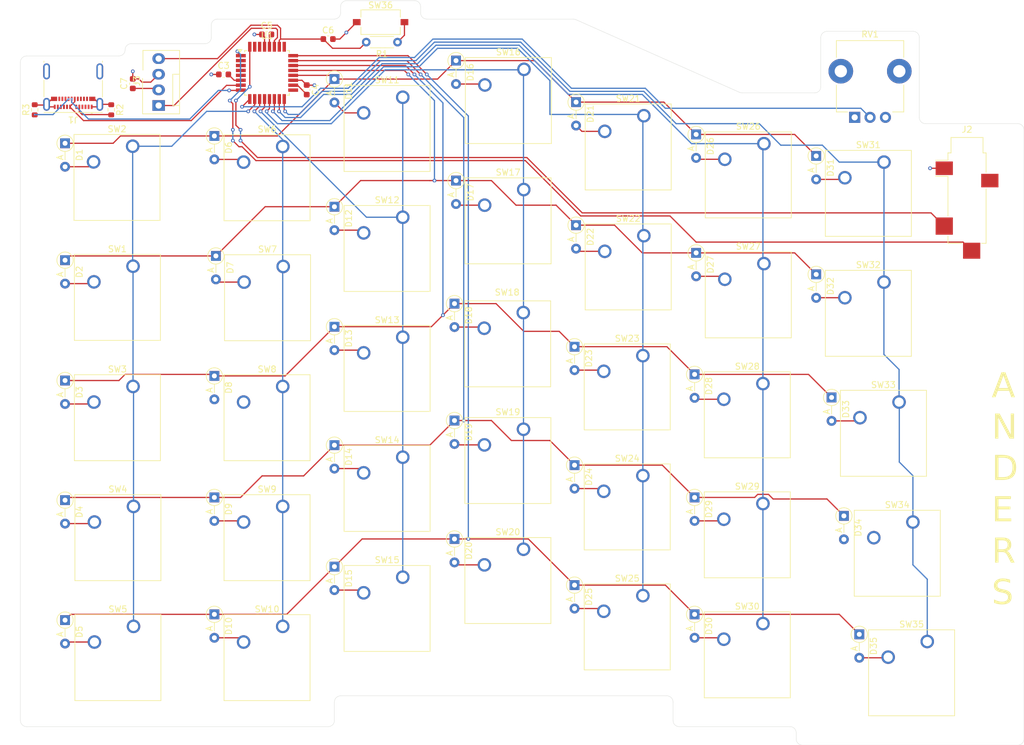
<source format=kicad_pcb>
(kicad_pcb (version 20240108) (generator "pcbnew") (generator_version "8.0")
  (layers (0 "F.Cu" signal) (31 "B.Cu" signal) (34 "B.Paste" user) (35 "F.Paste" user) (36 "B.SilkS" user "B.Silkscreen") (37 "F.SilkS" user "F.Silkscreen") (38 "B.Mask" user) (39 "F.Mask" user) (44 "Edge.Cuts" user))
  (net 0 "")
  (net 1 "GND")
  (net 2 "Net-(J1-CC1)")
  (net 3 "Net-(J1-CC2)")
  (net 4 "Net-(U1-VUSB)")
  (net 5 "VDD")
  (net 6 "Net-(J3-Pin_4)")
  (net 7 "Net-(D1-A)")
  (net 8 "row1")
  (net 9 "Net-(D2-A)")
  (net 10 "row2")
  (net 11 "Net-(D3-A)")
  (net 12 "row3")
  (net 13 "row4")
  (net 14 "Net-(D4-A)")
  (net 15 "row5")
  (net 16 "Net-(D5-A)")
  (net 17 "Net-(D6-A)")
  (net 18 "Net-(D7-A)")
  (net 19 "Net-(D8-A)")
  (net 20 "Net-(D9-A)")
  (net 21 "Net-(D10-A)")
  (net 22 "Net-(D11-A)")
  (net 23 "Net-(D12-A)")
  (net 24 "Net-(D13-A)")
  (net 25 "Net-(D14-A)")
  (net 26 "Net-(D15-A)")
  (net 27 "Net-(D16-A)")
  (net 28 "Net-(D17-A)")
  (net 29 "Net-(D18-A)")
  (net 30 "Net-(D19-A)")
  (net 31 "Net-(D20-A)")
  (net 32 "Net-(D21-A)")
  (net 33 "Net-(D22-A)")
  (net 34 "Net-(D23-A)")
  (net 35 "Net-(D24-A)")
  (net 36 "Net-(D25-A)")
  (net 37 "Net-(D26-A)")
  (net 38 "Net-(D27-A)")
  (net 39 "Net-(D28-A)")
  (net 40 "Net-(D29-A)")
  (net 41 "Net-(D30-A)")
  (net 42 "Net-(D31-A)")
  (net 43 "Net-(D32-A)")
  (net 44 "Net-(D33-A)")
  (net 45 "Net-(D34-A)")
  (net 46 "Net-(D35-A)")
  (net 47 "dp")
  (net 48 "dm")
  (net 49 "scl")
  (net 50 "Net-(J3-Pin_1)")
  (net 51 "Net-(R1-Pad1)")
  (net 52 "Net-(U1-PC3)")
  (net 53 "col1")
  (net 54 "col2")
  (net 55 "col3")
  (net 56 "col4")
  (net 57 "col5")
  (net 58 "col6")
  (net 59 "col7")
  (net 68 "sda")
  (footprint "Button_Switch_Keyboard:SW_Cherry_MX_1.00u_PCB" (layer "F.Cu") (at 180.76 54.25)
    (property "Reference" "SW26")
    (property "Value" "SW_Push")
  )
  (footprint "Capacitor_SMD:C_0603_1608Metric" (layer "F.Cu") (at 109.975 37.25)
    (property "Reference" "C6")
    (property "Value" "C_Small")
  )
  (footprint "Diode_THT:D_DO-35_SOD27_P3.81mm_Vertical_AnodeUp" (layer "F.Cu") (at 169.5 91.75 -90)
    (property "Reference" "D28")
    (property "Value" "D_45deg")
  )
  (footprint "Diode_THT:D_DO-35_SOD27_P3.81mm_Vertical_AnodeUp" (layer "F.Cu") (at 169.75 72 -90)
    (property "Reference" "D27")
    (property "Value" "D_45deg")
  )
  (footprint "Capacitor_SMD:C_0603_1608Metric" (layer "F.Cu") (at 106.5 45.5 -90)
    (property "Reference" "C4")
    (property "Value" "C_Small")
  )
  (footprint "Diode_THT:D_DO-35_SOD27_P3.81mm_Vertical_AnodeUp" (layer "F.Cu") (at 91.5 111.75 -90)
    (property "Reference" "D9")
    (property "Value" "D_45deg")
  )
  (footprint "Resistor_THT:R_Axial_DIN0204_L3.6mm_D1.6mm_P5.08mm_Horizontal" (layer "F.Cu") (at 121.25 37.75 180)
    (property "Reference" "R1")
    (property "Value" "R")
  )
  (footprint "Diode_THT:D_DO-35_SOD27_P3.81mm_Vertical_AnodeUp" (layer "F.Cu") (at 111 103.25 -90)
    (property "Reference" "D14")
    (property "Value" "D_45deg")
  )
  (footprint "Button_Switch_Keyboard:SW_Cherry_MX_1.00u_PCB" (layer "F.Cu") (at 161.26 69.21)
    (property "Reference" "SW22")
    (property "Value" "SW_Push")
  )
  (footprint "Diode_THT:D_DO-35_SOD27_P3.81mm_Vertical_AnodeUp" (layer "F.Cu") (at 189.25 75.5 -90)
    (property "Reference" "D32")
    (property "Value" "D_45deg")
  )
  (footprint "Button_Switch_Keyboard:SW_Cherry_MX_1.00u_PCB" (layer "F.Cu") (at 180.76 73.75)
    (property "Reference" "SW27")
    (property "Value" "SW_Push")
  )
  (footprint "Diode_THT:D_DO-35_SOD27_P3.81mm_Vertical_AnodeUp" (layer "F.Cu") (at 150 126 -90)
    (property "Reference" "D25")
    (property "Value" "D_45deg")
  )
  (footprint "Diode_THT:D_DO-35_SOD27_P3.81mm_Vertical_AnodeUp" (layer "F.Cu") (at 150 106.5 -90)
    (property "Reference" "D24")
    (property "Value" "D_45deg")
  )
  (footprint "Button_Switch_Keyboard:SW_Cherry_MX_1.00u_PCB" (layer "F.Cu") (at 200.26 57.25)
    (property "Reference" "SW31")
    (property "Value" "SW_Push")
  )
  (footprint "Diode_THT:D_DO-35_SOD27_P3.81mm_Vertical_AnodeUp" (layer "F.Cu") (at 67.25 92.75 -90)
    (property "Reference" "D3")
    (property "Value" "D_45deg")
  )
  (footprint "Connector_Audio:Jack_3.5mm_CUI_SJ-3524-SMT_Horizontal" (layer "F.Cu") (at 213.75 61.85)
    (property "Reference" "J2")
    (property "Value" "AudioJack4")
  )
  (footprint "Button_Switch_Keyboard:SW_Cherry_MX_1.00u_PCB" (layer "F.Cu") (at 102.68 74.21)
    (property "Reference" "SW7")
    (property "Value" "SW_Push")
  )
  (footprint "Button_Switch_Keyboard:SW_Cherry_MX_1.00u_PCB" (layer "F.Cu") (at 161.1 127.71)
    (property "Reference" "SW25")
    (property "Value" "SW_Push")
  )
  (footprint "Button_Switch_Keyboard:SW_Cherry_MX_1.00u_PCB" (layer "F.Cu") (at 180.6 93.25)
    (property "Reference" "SW28")
    (property "Value" "SW_Push")
  )
  (footprint "Diode_THT:D_DO-35_SOD27_P3.81mm_Vertical_AnodeUp" (layer "F.Cu") (at 196.25 133.999314 -90)
    (property "Reference" "D35")
    (property "Value" "D_45deg")
  )
  (footprint "Diode_THT:D_DO-35_SOD27_P3.81mm_Vertical_AnodeUp" (layer "F.Cu") (at 67.25 54.189314 -90)
    (property "Reference" "D1")
    (property "Value" "D_45deg")
  )
  (footprint "Button_Switch_Keyboard:SW_Cherry_MX_1.00u_PCB" (layer "F.Cu") (at 161.1 108.21)
    (property "Reference" "SW24")
    (property "Value" "SW_Push")
  )
  (footprint "Diode_THT:D_DO-35_SOD27_P3.81mm_Vertical_AnodeUp" (layer "F.Cu") (at 169.5 130.75 -90)
    (property "Reference" "D30")
    (property "Value" "D_45deg")
  )
  (footprint "Diode_THT:D_DO-35_SOD27_P3.81mm_Vertical_AnodeUp" (layer "F.Cu") (at 91.5 130.75 -90)
    (property "Reference" "D10")
    (property "Value" "D_45deg")
  )
  (footprint "Button_Switch_Keyboard:SW_Cherry_MX_1.50u_PCB" (layer "F.Cu") (at 204.96 115.75)
    (property "Reference" "SW34")
    (property "Value" "SW_Push")
  )
  (footprint "Resistor_SMD:R_0603_1608Metric" (layer "F.Cu") (at 74.75 48.75 -90)
    (property "Reference" "R2")
    (property "Value" "R")
  )
  (footprint "Diode_THT:D_DO-35_SOD27_P3.81mm_Vertical_AnodeUp" (layer "F.Cu") (at 111 64.5 -90)
    (property "Reference" "D12")
    (property "Value" "D_45deg")
  )
  (footprint "Button_Switch_Keyboard:SW_Cherry_MX_1.00u_PCB" (layer "F.Cu") (at 102.6 113.21)
    (property "Reference" "SW9")
    (property "Value" "SW_Push")
  )
  (footprint "Diode_THT:D_DO-35_SOD27_P3.81mm_Vertical_AnodeUp" (layer "F.Cu") (at 67.25 73.189999 -90)
    (property "Reference" "D2")
    (property "Value" "D_45deg")
  )
  (footprint "Button_Switch_Keyboard:SW_Cherry_MX_1.00u_PCB" (layer "F.Cu") (at 102.6 93.71)
    (property "Reference" "SW8")
    (property "Value" "SW_Push")
  )
  (footprint "Diode_THT:D_DO-35_SOD27_P3.81mm_Vertical_AnodeUp" (layer "F.Cu") (at 111 43.75 -90)
    (property "Reference" "D11")
    (property "Value" "D_45deg")
  )
  (footprint "Button_Switch_Keyboard:SW_Cherry_MX_1.00u_PCB" (layer "F.Cu") (at 122.1 85.71)
    (property "Reference" "SW13")
    (property "Value" "SW_Push")
  )
  (footprint "Button_Switch_SMD:SW_Tactile_SPST_NO_Straight_CK_PTS636Sx25SMTRLFS" (layer "F.Cu") (at 118.5 34.5)
    (property "Reference" "SW36")
    (property "Value" "SW_Push")
  )
  (footprint "Button_Switch_Keyboard:SW_Cherry_MX_1.00u_PCB" (layer "F.Cu") (at 122.1 124.71)
    (property "Reference" "SW15")
    (property "Value" "SW_Push")
  )
  (footprint "Diode_THT:D_DO-35_SOD27_P3.81mm_Vertical_AnodeUp" (layer "F.Cu") (at 169.75 52.75 -90)
    (property "Reference" "D26")
    (property "Value" "D_45deg")
  )
  (footprint "Diode_THT:D_DO-35_SOD27_P3.81mm_Vertical_AnodeUp" (layer "F.Cu") (at 150 87.25 -90)
    (property "Reference" "D23")
    (property "Value" "D_45deg")
  )
  (footprint "Diode_THT:D_DO-35_SOD27_P3.81mm_Vertical_AnodeUp" (layer "F.Cu") (at 91.5 53 -90)
    (property "Reference" "D6")
    (property "Value" "D_45deg")
  )
  (footprint "Diode_THT:D_DO-35_SOD27_P3.81mm_Vertical_AnodeUp" (layer "F.Cu") (at 130.75 60.25 -90)
    (property "Reference" "D17")
    (property "Value" "D_45deg")
  )
  (footprint "Button_Switch_Keyboard:SW_Cherry_MX_1.00u_PCB" (layer "F.Cu") (at 122.1 105.21)
    (property "Reference" "SW14")
    (property "Value" "SW_Push")
  )
  (footprint "Button_Switch_Keyboard:SW_Cherry_MX_1.00u_PCB" (layer "F.Cu") (at 141.71 120.17)
    (property "Reference" "SW20")
    (property "Value" "SW_Push")
  )
  (footprint "Connector_USB:USB_C_Receptacle_Molex_105450-0101" (layer "F.Cu") (at 68.57 45.055 180)
    (property "Reference" "J1")
    (property "Value" "USB_C_Receptacle_USB2.0_14P")
  )
  (footprint "Diode_THT:D_DO-35_SOD27_P3.81mm_Vertical_AnodeUp" (layer "F.Cu") (at 191.75 95.5 -90)
    (property "Reference" "D33")
    (property "Value" "D_45deg")
  )
  (footprint "Capacitor_SMD:C_0603_1608Metric" (layer "F.Cu") (at 100 36.5)
    (property "Reference" "C5")
    (property "Value" "C_Small")
  )
  (footprint "Button_Switch_Keyboard:SW_Cherry_MX_1.50u_PCB" (layer "F.Cu") (at 78.37 113.21)
    (property "Reference" "SW4")
    (property "Value" "SW_Push")
  )
  (footprint "Button_Switch_Keyboard:SW_Cherry_MX_1.00u_PCB" (layer "F.Cu") (at 141.71 100.67)
    (property "Reference" "SW19")
    (property "Value" "SW_Push")
  )
  (footprint "Diode_THT:D_DO-35_SOD27_P3.81mm_Vertical_AnodeUp" (layer "F.Cu") (at 193.75 114.75 -90)
    (property "Reference" "D34")
    (property "Value" "D_45deg")
  )
  (footprint "Diode_THT:D_DO-35_SOD27_P3.81mm_Vertical_AnodeUp" (layer "F.Cu") (at 169.5 111.749314 -90)
    (property "Reference" "D29")
    (property "Value" "D_45deg")
  )
  (footprint "Button_Switch_Keyboard:SW_Cherry_MX_1.50u_PCB" (layer "F.Cu") (at 78.23 54.67)
    (property "Reference" "SW2")
    (property "Value" "SW_Push")
  )
  (footprint "Resistor_SMD:R_0603_1608Metric" (layer "F.Cu") (at 62.32 48.75 -90)
    (property "Reference" "R3")
    (property "Value" "R")
  )
  (footprint "Potentiometer_THT:Potentiometer_TT_P0915N" (layer "F.Cu") (at 195.5 49.975)
    (property "Reference" "RV1")
    (property "Value" "R_Potentiometer")
  )
  (footprint "Button_Switch_Keyboard:SW_Cherry_MX_1.00u_PCB" (layer "F.Cu") (at 122.1 46.71)
    (property "Reference" "SW11")
    (property "Value" "SW_Push")
  )
  (footprint "Capacitor_SMD:C_0603_1608Metric" (layer "F.Cu") (at 93 43)
    (property "Reference" "C3")
    (property "Value" "C_Small")
  )
  (footprint "Diode_THT:D_DO-35_SOD27_P3.81mm_Vertical_AnodeUp" (layer "F.Cu") (at 189.25 56.249314 -90)
    (property "Reference" "D31")
    (property "Value" "D_45deg")
  )
  (footprint "Button_Switch_Keyboard:SW_Cherry_MX_1.00u_PCB" (layer "F.Cu") (at 102.6 54.71)
    (property "Reference" "SW6")
    (property "Value" "SW_Push")
  )
  (footprint "Button_Switch_Keyboard:SW_Cherry_MX_1.00u_PCB" (layer "F.Cu") (at 141.79 42.17)
    (property "Reference" "SW16")
    (property "Value" "SW_Push")
  )
  (footprint "Diode_THT:D_DO-35_SOD27_P3.81mm_Vertical_AnodeUp" (layer "F.Cu") (at 130.5 80.25 -90)
    (property "Reference" "D18")
    (property "Value" "D_45deg")
  )
  (footprint "Package_QFP:TQFP-32_7x7mm_P0.8mm" (layer "F.Cu") (at 100.05 42.75)
    (property "Reference" "U1")
    (property "Value" "AVR32DU32x-xPT")
  )
  (footprint "Button_Switch_Keyboard:SW_Cherry_MX_1.00u_PCB" (layer "F.Cu") (at 161.26 49.71)
    (property "Reference" "SW21")
    (property "Value" "SW_Push")
  )
  (footprint "Diode_THT:D_DO-35_SOD27_P3.81mm_Vertical_AnodeUp" (layer "F.Cu") (at 91.5 92 -90)
    (property "Reference" "D8")
    (property "Value" "D_45deg")
  )
  (footprint "Diode_THT:D_DO-35_SOD27_P3.81mm_Vertical_AnodeUp" (layer "F.Cu") (at 150.25 67.5 -90)
    (property "Reference" "D22")
    (property "Value" "D_45deg")
  )
  (footprint "Diode_THT:D_DO-35_SOD27_P3.81mm_Vertical_AnodeUp" (layer "F.Cu") (at 67.25 131.689999 -90)
    (property "Reference" "D5")
    (property "Value" "D_45deg")
  )
  (footprint "Button_Switch_Keyboard:SW_Cherry_MX_1.00u_PCB" (layer "F.Cu") (at 200.26 76.75)
    (property "Reference" "SW32")
    (property "Value" "SW_Push")
  )
  (footprint "Diode_THT:D_DO-35_SOD27_P3.81mm_Vertical_AnodeUp" (layer "F.Cu") (at 130.5 99.25 -90)
    (property "Reference" "D19")
    (property "Value" "D_45deg")
  )
  (footprint "Button_Switch_Keyboard:SW_Cherry_MX_1.00u_PCB" (layer "F.Cu") (at 161.1 88.71)
    (property "Reference" "SW23")
    (property "Value" "SW_Push")
  )
  (footprint "Button_Switch_Keyboard:SW_Cherry_MX_1.50u_PCB" (layer "F.Cu") (at 78.29 93.71)
    (property "Reference" "SW3")
    (property "Value" "SW_Push")
  )
  (footprint "Button_Switch_Keyboard:SW_Cherry_MX_1.00u_PCB" (layer "F.Cu") (at 180.6 112.75)
    (property "Reference" "SW29")
    (property "Value" "SW_Push")
  )
  (footprint "Diode_THT:D_DO-35_SOD27_P3.81mm_Vertical_AnodeUp" (layer "F.Cu") (at 130.5 118.5 -90)
    (property "Reference" "D20")
    (property "Value" "D_45deg")
  )
  (footprint "Capacitor_SMD:C_0603_1608Metric" (layer "F.Cu") (at 78.25 44.5 90)
    (property "Reference" "C7")
    (property "Value" "C_Small")
  )
  (footprint "Button_Switch_Keyboard:SW_Cherry_MX_1.00u_PCB" (layer "F.Cu") (at 141.68 81.71)
    (property "Reference" "SW18")
    (property "Value" "SW_Push")
  )
  (footprint "Diode_THT:D_DO-35_SOD27_P3.81mm_Vertical_AnodeUp" (layer "F.Cu") (at 67.25 112.189999 -90)
    (property "Reference" "D4")
    (property "Value" "D_45deg")
  )
  (footprint "Connector:FanPinHeader_1x04_P2.54mm_Vertical" (layer "F.Cu") (at 82.45 48.05 90)
    (property "Reference" "J3")
    (property "Value" "Conn_01x04_Pin")
  )
  (footprint "Diode_THT:D_DO-35_SOD27_P3.81mm_Vertical_AnodeUp" (layer "F.Cu") (at 111 123 -90)
    (property "Reference" "D15")
    (property "Value" "D_45deg")
  )
  (footprint "Button_Switch_Keyboard:SW_Cherry_MX_1.00u_PCB" (layer "F.Cu") (at 180.6 132.25)
    (property "Reference" "SW30")
    (property "Value" "SW_Push")
  )
  (footprint "Diode_THT:D_DO-35_SOD27_P3.81mm_Vertical_AnodeUp" (layer "F.Cu") (at 91.75 72.5 -90)
    (property "Reference" "D7")
    (property "Value" "D_45deg")
  )
  (footprint "Button_Switch_Keyboard:SW_Cherry_MX_1.00u_PCB" (layer "F.Cu") (at 102.6 132.71)
    (property "Reference" "SW10")
    (property "Value" "SW_Push")
  )
  (footprint "Diode_THT:D_DO-35_SOD27_P3.81mm_Vertical_AnodeUp" (layer "F.Cu") (at 150.25 47.5 -90)
    (property "Reference" "D21")
    (property "Value" "D_45deg")
  )
  (footprint "Diode_THT:D_DO-35_SOD27_P3.81mm_Vertical_AnodeUp" (layer "F.Cu") (at 111 84 -90)
    (property "Reference" "D13")
    (property "Value" "D_45deg")
  )
  (footprint "Button_Switch_Keyboard:SW_Cherry_MX_1.25u_PCB" (layer "F.Cu") (at 202.71 96.25)
    (property "Reference" "SW33")
    (property "Value" "SW_Push")
  )
  (footprint "Button_Switch_Keyboard:SW_Cherry_MX_1.00u_PCB" (layer "F.Cu") (at 122.1 66.21)
    (property "Reference" "SW12")
    (property "Value" "SW_Push")
  )
  (footprint "Diode_THT:D_DO-35_SOD27_P3.81mm_Vertical_AnodeUp" (layer "F.Cu") (at 130.75 40.75 -90)
    (property "Reference" "D16")
    (property "Value" "D_45deg")
  )
  (footprint "Button_Switch_Keyboard:SW_Cherry_MX_1.75u_PCB" (layer "F.Cu") (at 207.29 135.17)
    (property "Reference" "SW35")
    (property "Value" "SW_Push")
  )
  (footprint "Button_Switch_Keyboard:SW_Cherry_MX_1.00u_PCB" (layer "F.Cu") (at 141.75 61.71)
    (property "Reference" "SW17")
    (property "Value" "SW_Push")
  )
  (footprint "Button_Switch_Keyboard:SW_Cherry_MX_1.50u_PCB" (layer "F.Cu") (at 78.29 74.17)
    (property "Reference" "SW1")
    (property "Value" "SW_Push")
  )
  (footprint "Button_Switch_Keyboard:SW_Cherry_MX_1.50u_PCB" (layer "F.Cu") (at 78.37 132.71)
    (property "Reference" "SW5")
    (property "Value" "SW_Push")
  )
  (gr_arc (start 77 39) (mid 77.292893 38.292893) (end 78 38) (stroke (width 0.05)) (layer "Edge.Cuts"))
  (gr_line (start 223 52) (end 223 151) (stroke (width 0.05)) (layer "Edge.Cuts"))
  (gr_line (start 166 148) (end 166 145) (stroke (width 0.05)) (layer "Edge.Cuts"))
  (gr_line (start 191 36) (end 205 36) (stroke (width 0.05)) (layer "Edge.Cuts"))
  (gr_line (start 190 45) (end 190 37) (stroke (width 0.05)) (layer "Edge.Cuts"))
  (gr_line (start 165 144) (end 112 144) (stroke (width 0.05)) (layer "Edge.Cuts"))
  (gr_arc (start 185 149) (mid 185.707107 149.292893) (end 186 150) (stroke (width 0.05)) (layer "Edge.Cuts"))
  (gr_line (start 206 37) (end 206 50) (stroke (width 0.05)) (layer "Edge.Cuts"))
  (gr_arc (start 177.212214 46) (mid 177.004623 45.978216) (end 176.806076 45.913811) (stroke (width 0.05)) (layer "Edge.Cuts"))
  (gr_arc (start 124 31) (mid 124.707107 31.292893) (end 125 32) (stroke (width 0.05)) (layer "Edge.Cuts"))
  (gr_arc (start 190 45) (mid 189.707107 45.707107) (end 189 46) (stroke (width 0.05)) (layer "Edge.Cuts"))
  (gr_line (start 113 31) (end 124 31) (stroke (width 0.05)) (layer "Edge.Cuts"))
  (gr_line (start 61 40) (end 76 40) (stroke (width 0.05)) (layer "Edge.Cuts"))
  (gr_arc (start 111 145) (mid 111.292893 144.292893) (end 112 144) (stroke (width 0.05)) (layer "Edge.Cuts"))
  (gr_line (start 125 32) (end 125 33) (stroke (width 0.05)) (layer "Edge.Cuts"))
  (gr_arc (start 190 37) (mid 190.292893 36.292893) (end 191 36) (stroke (width 0.05)) (layer "Edge.Cuts"))
  (gr_line (start 60 148) (end 60 41) (stroke (width 0.05)) (layer "Edge.Cuts"))
  (gr_line (start 110 149) (end 61 149) (stroke (width 0.05)) (layer "Edge.Cuts"))
  (gr_arc (start 207 51) (mid 206.292893 50.707107) (end 206 50) (stroke (width 0.05)) (layer "Edge.Cuts"))
  (gr_line (start 177.212214 46) (end 189 46) (stroke (width 0.05)) (layer "Edge.Cuts"))
  (gr_line (start 207 51) (end 214.5 51) (stroke (width 0.05)) (layer "Edge.Cuts"))
  (gr_arc (start 222 51) (mid 222.707107 51.292893) (end 223 52) (stroke (width 0.05)) (layer "Edge.Cuts"))
  (gr_line (start 78 38) (end 90 38) (stroke (width 0.05)) (layer "Edge.Cuts"))
  (gr_arc (start 77 39) (mid 76.707107 39.707107) (end 76 40) (stroke (width 0.05)) (layer "Edge.Cuts"))
  (gr_line (start 214.5 51) (end 222 51) (stroke (width 0.05)) (layer "Edge.Cuts"))
  (gr_line (start 111 145) (end 111 148) (stroke (width 0.05)) (layer "Edge.Cuts"))
  (gr_arc (start 91 35) (mid 91.292893 34.292893) (end 92 34) (stroke (width 0.05)) (layer "Edge.Cuts"))
  (gr_line (start 91 37) (end 91 35) (stroke (width 0.05)) (layer "Edge.Cuts"))
  (gr_arc (start 149.787786 34) (mid 149.995378 34.021782) (end 150.193924 34.086189) (stroke (width 0.05)) (layer "Edge.Cuts"))
  (gr_line (start 186 151) (end 186 150) (stroke (width 0.05)) (layer "Edge.Cuts"))
  (gr_line (start 222 152) (end 187 152) (stroke (width 0.05)) (layer "Edge.Cuts"))
  (gr_arc (start 112 33) (mid 111.707107 33.707107) (end 111 34) (stroke (width 0.05)) (layer "Edge.Cuts"))
  (gr_arc (start 205 36) (mid 205.707107 36.292893) (end 206 37) (stroke (width 0.05)) (layer "Edge.Cuts"))
  (gr_arc (start 61 149) (mid 60.292893 148.707107) (end 60 148) (stroke (width 0.05)) (layer "Edge.Cuts"))
  (gr_line (start 126 34) (end 149.787786 34) (stroke (width 0.05)) (layer "Edge.Cuts"))
  (gr_line (start 92 34) (end 111 34) (stroke (width 0.05)) (layer "Edge.Cuts"))
  (gr_arc (start 223 151) (mid 222.707107 151.707107) (end 222 152) (stroke (width 0.05)) (layer "Edge.Cuts"))
  (gr_line (start 112 33) (end 112 32) (stroke (width 0.05)) (layer "Edge.Cuts"))
  (gr_arc (start 167 149) (mid 166.292893 148.707107) (end 166 148) (stroke (width 0.05)) (layer "Edge.Cuts"))
  (gr_arc (start 165 144) (mid 165.707107 144.292893) (end 166 145) (stroke (width 0.05)) (layer "Edge.Cuts"))
  (gr_line (start 150.193924 34.086189) (end 176.806076 45.913811) (stroke (width 0.05)) (layer "Edge.Cuts"))
  (gr_arc (start 126 34) (mid 125.292893 33.707107) (end 125 33) (stroke (width 0.05)) (layer "Edge.Cuts"))
  (gr_arc (start 111 148) (mid 110.707107 148.707107) (end 110 149) (stroke (width 0.05)) (layer "Edge.Cuts"))
  (gr_line (start 185 149) (end 167 149) (stroke (width 0.05)) (layer "Edge.Cuts"))
  (gr_arc (start 60 41) (mid 60.292893 40.292893) (end 61 40) (stroke (width 0.05)) (layer "Edge.Cuts"))
  (gr_arc (start 112 32) (mid 112.292893 31.292893) (end 113 31) (stroke (width 0.05)) (layer "Edge.Cuts"))
  (gr_arc (start 187 152) (mid 186.292893 151.707107) (end 186 151) (stroke (width 0.05)) (layer "Edge.Cuts"))
  (gr_arc (start 91 37) (mid 90.707107 37.707107) (end 90 38) (stroke (width 0.05)) (layer "Edge.Cuts"))
  (gr_text "A\nN\nD\nE\nR\nS" (at 217.75 129.75 0) (layer "F.SilkS") (effects (font (size 4 4) (thickness 0.1)) (justify left bottom)))
  (segment (start 104.35 44) (end 104.3 43.95) (width 0.2) (layer "F.Cu") (net 1))
  (segment (start 65.57 48.27) (end 64.66 48.27) (width 0.2) (layer "F.Cu") (net 1))
  (segment (start 62.32 47.975) (end 64.135 47.975) (width 0.2) (layer "F.Cu") (net 1))
  (segment (start 79.75 44.25) (end 81.17 44.25) (width 0.2) (layer "F.Cu") (net 1))
  (segment (start 106.5 44.725) (end 106.525 44.75) (width 0.2) (layer "F.Cu") (net 1))
  (segment (start 98 36.5) (end 99.225 36.5) (width 0.2) (layer "F.Cu") (net 1))
  (segment (start 111.875 37.25) (end 114.625 34.5) (width 0.2) (layer "F.Cu") (net 1))
  (segment (start 210.05 58.25) (end 207.75 58.25) (width 0.2) (layer "F.Cu") (net 1))
  (segment (start 99.65 38.5) (end 99.65 36.925) (width 0.2) (layer "F.Cu") (net 1))
  (segment (start 106.525 44.75) (end 107.75 44.75) (width 0.2) (layer "F.Cu") (net 1))
  (segment (start 74.75 47.975) (end 74.635 47.86) (width 0.2) (layer "F.Cu") (net 1))
  (segment (start 65.14 46.97) (end 64.25 47.86) (width 0.2) (layer "F.Cu") (net 1))
  (segment (start 65.47 46.97) (end 65.14 46.97) (width 0.2) (layer "F.Cu") (net 1))
  (segment (start 78.25 43.725) (end 78.25 42.5) (width 0.2) (layer "F.Cu") (net 1))
  (segment (start 64.135 47.975) (end 64.25 47.86) (width 0.2) (layer "F.Cu") (net 1))
  (segment (start 105.725 43.95) (end 106.5 44.725) (width 0.2) (layer "F.Cu") (net 1))
  (segment (start 78.25 43.725) (end 79.225 43.725) (width 0.2) (layer "F.Cu") (net 1))
  (segment (start 72 46.97) (end 72.89 47.86) (width 0.2) (layer "F.Cu") (net 1))
  (segment (start 104.3 43.95) (end 105.725 43.95) (width 0.2) (layer "F.Cu") (net 1))
  (segment (start 74.635 47.86) (end 72.89 47.86) (width 0.2) (layer "F.Cu") (net 1))
  (segment (start 79.225 43.725) (end 79.75 44.25) (width 0.2) (layer "F.Cu") (net 1))
  (segment (start 99.65 36.925) (end 99.225 36.5) (width 0.2) (layer "F.Cu") (net 1))
  (segment (start 110.75 37.25) (end 111.875 37.25) (width 0.2) (layer "F.Cu") (net 1))
  (segment (start 71.57 48.27) (end 72.48 48.27) (width 0.2) (layer "F.Cu") (net 1))
  (segment (start 72.48 48.27) (end 72.89 47.86) (width 0.2) (layer "F.Cu") (net 1))
  (segment (start 64.66 48.27) (end 64.25 47.86) (width 0.2) (layer "F.Cu") (net 1))
  (segment (start 71.67 46.97) (end 72 46.97) (width 0.2) (layer "F.Cu") (net 1))
  (segment (start 81.17 44.25) (end 82.45 42.97) (width 0.2) (layer "F.Cu") (net 1))
  (segment (start 91 43) (end 92.225 43) (width 0.2) (layer "F.Cu") (net 1))
  (via (at 78.25 42.5) (size 0.6) (drill 0.3) (layers "F.Cu" "B.Cu") (net 1))
  (via (at 207.75 58.25) (size 0.6) (drill 0.3) (layers "F.Cu" "B.Cu") (net 1))
  (via (at 98 36.5) (size 0.6) (drill 0.3) (layers "F.Cu" "B.Cu") (net 1))
  (via (at 112.9375 36.1875) (size 0.6) (drill 0.3) (layers "F.Cu" "B.Cu") (net 1))
  (via (at 91 43) (size 0.6) (drill 0.3) (layers "F.Cu" "B.Cu") (net 1))
  (via (at 107.75 44.75) (size 0.6) (drill 0.3) (layers "F.Cu" "B.Cu") (net 1))
  (segment (start 70.025 49.525) (end 74.75 49.525) (width 0.2) (layer "F.Cu") (net 2))
  (segment (start 69.57 48.27) (end 69.57 49.07) (width 0.2) (layer "F.Cu") (net 2))
  (segment (start 69.57 49.07) (end 70.025 49.525) (width 0.2) (layer "F.Cu") (net 2))
  (segment (start 67.82 46.97) (end 67.82 46.99) (width 0.2) (layer "F.Cu") (net 3))
  (via micro (at 62.32 49.525) (size 0.3) (drill 0.1) (layers "F.Cu" "B.Cu") (net 3))
  (via micro (at 67.82 46.99) (size 0.3) (drill 0.1) (layers "F.Cu" "B.Cu") (net 3))
  (segment (start 67.82 46.99) (end 65.285 49.525) (width 0.2) (layer "B.Cu") (net 3))
  (segment (start 65.285 49.525) (end 62.32 49.525) (width 0.2) (layer "B.Cu") (net 3))
  (segment (start 93.775 43) (end 94.725 43.95) (width 0.2) (layer "F.Cu") (net 4))
  (segment (start 94.725 43.95) (end 95.8 43.95) (width 0.2) (layer "F.Cu") (net 4))
  (segment (start 100.45 38.5) (end 100.45 36.825) (width 0.2) (layer "F.Cu") (net 5))
  (segment (start 106.5 46.275) (end 106.5 46.25) (width 0.2) (layer "F.Cu") (net 5))
  (segment (start 78.25 45.275) (end 82.215 45.275) (width 0.2) (layer "F.Cu") (net 5))
  (segment (start 106.5 46.25) (end 105 44.75) (width 0.2) (layer "F.Cu") (net 5))
  (segment (start 105 44.75) (end 104.3 44.75) (width 0.2) (layer "F.Cu") (net 5))
  (segment (start 100.45 36.825) (end 100.775 36.5) (width 0.2) (layer "F.Cu") (net 5))
  (segment (start 82.215 45.275) (end 82.45 45.51) (width 0.2) (layer "F.Cu") (net 5))
  (segment (start 102.25 37.25) (end 109.2 37.25) (width 0.2) (layer "F.Cu") (net 6))
  (segment (start 97.434314 35) (end 101.75 35) (width 0.2) (layer "F.Cu") (net 6))
  (segment (start 102.05 38.5) (end 102.05 37.45) (width 0.2) (layer "F.Cu") (net 6))
  (segment (start 116.17 37.75) (end 115.17 38.75) (width 0.2) (layer "F.Cu") (net 6))
  (segment (start 82.45 40.43) (end 92.004314 40.43) (width 0.2) (layer "F.Cu") (net 6))
  (segment (start 102.25 35.5) (end 102.25 37.25) (width 0.2) (layer "F.Cu") (net 6))
  (segment (start 115.17 38.75) (end 110.7 38.75) (width 0.2) (layer "F.Cu") (net 6))
  (segment (start 102.05 37.45) (end 102.25 37.25) (width 0.2) (layer "F.Cu") (net 6))
  (segment (start 110.7 38.75) (end 109.2 37.25) (width 0.2) (layer "F.Cu") (net 6))
  (segment (start 92.004314 40.43) (end 97.434314 35) (width 0.2) (layer "F.Cu") (net 6))
  (segment (start 101.75 35) (end 102.25 35.5) (width 0.2) (layer "F.Cu") (net 6))
  (segment (start 67.25 57.999314) (end 71.090686 57.999314) (width 0.2) (layer "F.Cu") (net 7))
  (segment (start 71.090686 57.999314) (end 71.88 57.21) (width 0.2) (layer "F.Cu") (net 7))
  (segment (start 101.75 53) (end 111 43.75) (width 0.2) (layer "F.Cu") (net 8))
  (segment (start 164.5 47.5) (end 169.75 52.75) (width 0.2) (layer "F.Cu") (net 8))
  (segment (start 130.75 40.75) (end 143.5 40.75) (width 0.2) (layer "F.Cu") (net 8))
  (segment (start 150.25 47.5) (end 164.5 47.5) (width 0.2) (layer "F.Cu") (net 8))
  (segment (start 91.5 53) (end 101.75 53) (width 0.2) (layer "F.Cu") (net 8))
  (segment (start 111 43.75) (end 127.75 43.75) (width 0.2) (layer "F.Cu") (net 8))
  (segment (start 75.060686 54.189314) (end 76.25 53) (width 0.2) (layer "F.Cu") (net 8))
  (segment (start 185.750686 52.75) (end 189.25 56.249314) (width 0.2) (layer "F.Cu") (net 8))
  (segment (start 104.3 43.15) (end 110.4 43.15) (width 0.2) (layer "F.Cu") (net 8))
  (segment (start 143.5 40.75) (end 150.25 47.5) (width 0.2) (layer "F.Cu") (net 8))
  (segment (start 127.75 43.75) (end 130.75 40.75) (width 0.2) (layer "F.Cu") (net 8))
  (segment (start 110.4 43.15) (end 111 43.75) (width 0.2) (layer "F.Cu") (net 8))
  (segment (start 169.75 52.75) (end 185.750686 52.75) (width 0.2) (layer "F.Cu") (net 8))
  (segment (start 67.25 54.189314) (end 75.060686 54.189314) (width 0.2) (layer "F.Cu") (net 8))
  (segment (start 76.25 53) (end 91.5 53) (width 0.2) (layer "F.Cu") (net 8))
  (segment (start 67.25 76.999999) (end 71.650001 76.999999) (width 0.2) (layer "F.Cu") (net 9))
  (segment (start 71.650001 76.999999) (end 71.94 76.71) (width 0.2) (layer "F.Cu") (net 9))
  (segment (start 126.5 60.25) (end 115.25 60.25) (width 0.2) (layer "F.Cu") (net 10))
  (segment (start 91.75 72.5) (end 67.939999 72.5) (width 0.2) (layer "F.Cu") (net 10))
  (segment (start 189.25 75.5) (end 185.75 72) (width 0.2) (layer "F.Cu") (net 10))
  (segment (start 122.35 42.35) (end 123 43) (width 0.2) (layer "F.Cu") (net 10))
  (segment (start 136.5 60.25) (end 130.75 60.25) (width 0.2) (layer "F.Cu") (net 10))
  (segment (start 115.25 60.25) (end 111 64.5) (width 0.2) (layer "F.Cu") (net 10))
  (segment (start 147 64.25) (end 140.5 64.25) (width 0.2) (layer "F.Cu") (net 10))
  (segment (start 104.3 42.35) (end 122.35 42.35) (width 0.2) (layer "F.Cu") (net 10))
  (segment (start 169.75 72) (end 161 72) (width 0.2) (layer "F.Cu") (net 10))
  (segment (start 185.75 72) (end 169.75 72) (width 0.2) (layer "F.Cu") (net 10))
  (segment (start 127.25 60.25) (end 126.5 60.25) (width 0.2) (layer "F.Cu") (net 10))
  (segment (start 161 72) (end 156.5 67.5) (width 0.2) (layer "F.Cu") (net 10))
  (segment (start 150.25 67.5) (end 147 64.25) (width 0.2) (layer "F.Cu") (net 10))
  (segment (start 67.939999 72.5) (end 67.25 73.189999) (width 0.2) (layer "F.Cu") (net 10))
  (segment (start 99.75 64.5) (end 91.75 72.5) (width 0.2) (layer "F.Cu") (net 10))
  (segment (start 130.75 60.25) (end 127.25 60.25) (width 0.2) (layer "F.Cu") (net 10))
  (segment (start 111 64.5) (end 99.75 64.5) (width 0.2) (layer "F.Cu") (net 10))
  (segment (start 140.5 64.25) (end 136.5 60.25) (width 0.2) (layer "F.Cu") (net 10))
  (segment (start 156.5 67.5) (end 150.25 67.5) (width 0.2) (layer "F.Cu") (net 10))
  (via (at 127.25 60.25) (size 0.6) (drill 0.3) (layers "F.Cu" "B.Cu") (net 10))
  (via (at 123 43) (size 0.6) (drill 0.3) (layers "F.Cu" "B.Cu") (net 10))
  (segment (start 123 43) (end 127.25 47.25) (width 0.2) (layer "B.Cu") (net 10))
  (segment (start 127.25 47.25) (end 127.25 60.25) (width 0.2) (layer "B.Cu") (net 10))
  (segment (start 67.25 96.56) (end 71.63 96.56) (width 0.2) (layer "F.Cu") (net 11))
  (segment (start 71.63 96.56) (end 71.94 96.25) (width 0.2) (layer "F.Cu") (net 11))
  (segment (start 76 92.75) (end 77 91.75) (width 0.2) (layer "F.Cu") (net 12))
  (segment (start 188 91.75) (end 191.75 95.5) (width 0.2) (layer "F.Cu") (net 12))
  (segment (start 103 92) (end 111 84) (width 0.2) (layer "F.Cu") (net 12))
  (segment (start 91.5 92) (end 103 92) (width 0.2) (layer "F.Cu") (net 12))
  (segment (start 137.25 80.25) (end 141.75 84.75) (width 0.2) (layer "F.Cu") (net 12))
  (segment (start 67.25 92.75) (end 76 92.75) (width 0.2) (layer "F.Cu") (net 12))
  (segment (start 91.25 91.75) (end 91.5 92) (width 0.2) (layer "F.Cu") (net 12))
  (segment (start 122.55 41.55) (end 124 43) (width 0.2) (layer "F.Cu") (net 12))
  (segment (start 169.5 91.75) (end 188 91.75) (width 0.2) (layer "F.Cu") (net 12))
  (segment (start 111 84) (end 126.75 84) (width 0.2) (layer "F.Cu") (net 12))
  (segment (start 128.625 82.125) (end 130.5 80.25) (width 0.2) (layer "F.Cu") (net 12))
  (segment (start 169.5 91.75) (end 165 87.25) (width 0.2) (layer "F.Cu") (net 12))
  (segment (start 126.75 84) (end 127.5 83.25) (width 0.2) (layer "F.Cu") (net 12))
  (segment (start 77 91.75) (end 91.25 91.75) (width 0.2) (layer "F.Cu") (net 12))
  (segment (start 130.5 80.25) (end 137.25 80.25) (width 0.2) (layer "F.Cu") (net 12))
  (segment (start 127.5 83.25) (end 128.625 82.125) (width 0.2) (layer "F.Cu") (net 12))
  (segment (start 165 87.25) (end 150 87.25) (width 0.2) (layer "F.Cu") (net 12))
  (segment (start 104.3 41.55) (end 122.55 41.55) (width 0.2) (layer "F.Cu") (net 12))
  (segment (start 147.5 84.75) (end 150 87.25) (width 0.2) (layer "F.Cu") (net 12))
  (segment (start 141.75 84.75) (end 147.5 84.75) (width 0.2) (layer "F.Cu") (net 12))
  (via (at 124 43) (size 0.6) (drill 0.3) (layers "F.Cu" "B.Cu") (net 12))
  (via (at 128.625 82.125) (size 0.6) (drill 0.3) (layers "F.Cu" "B.Cu") (net 12))
  (segment (start 124 43) (end 128.625 47.625) (width 0.2) (layer "B.Cu") (net 12))
  (segment (start 128.625 47.625) (end 128.625 82.125) (width 0.2) (layer "B.Cu") (net 12))
  (segment (start 91.5 111.75) (end 95.75 111.75) (width 0.2) (layer "F.Cu") (net 13))
  (segment (start 150 106.5) (end 164.250686 106.5) (width 0.2) (layer "F.Cu") (net 13))
  (segment (start 95.75 111.75) (end 99.25 108.25) (width 0.2) (layer "F.Cu") (net 13))
  (segment (start 126.5 103.25) (end 130.5 99.25) (width 0.2) (layer "F.Cu") (net 13))
  (segment (start 91.5 111.75) (end 67.689999 111.75) (width 0.2) (layer "F.Cu") (net 13))
  (segment (start 136.5 99.25) (end 139.75 102.5) (width 0.2) (layer "F.Cu") (net 13))
  (segment (start 164.250686 106.5) (end 169.5 111.749314) (width 0.2) (layer "F.Cu") (net 13))
  (segment (start 111 103.25) (end 126.5 103.25) (width 0.2) (layer "F.Cu") (net 13))
  (segment (start 179.75 111.25) (end 181.5 111.25) (width 0.2) (layer "F.Cu") (net 13))
  (segment (start 139.75 102.5) (end 146 102.5) (width 0.2) (layer "F.Cu") (net 13))
  (segment (start 181.5 111.25) (end 182.25 112) (width 0.2) (layer "F.Cu") (net 13))
  (segment (start 146 102.5) (end 150 106.5) (width 0.2) (layer "F.Cu") (net 13))
  (segment (start 179.250686 111.749314) (end 179.75 111.25) (width 0.2) (layer "F.Cu") (net 13))
  (segment (start 182.25 112) (end 191 112) (width 0.2) (layer "F.Cu") (net 13))
  (segment (start 130.5 99.25) (end 132 99.25) (width 0.2) (layer "F.Cu") (net 13))
  (segment (start 169.5 111.749314) (end 179.250686 111.749314) (width 0.2) (layer "F.Cu") (net 13))
  (segment (start 67.689999 111.75) (end 67.25 112.189999) (width 0.2) (layer "F.Cu") (net 13))
  (segment (start 99.25 108.25) (end 106 108.25) (width 0.2) (layer "F.Cu") (net 13))
  (segment (start 104.3 40.75) (end 122.75 40.75) (width 0.2) (layer "F.Cu") (net 13))
  (segment (start 191 112) (end 193.75 114.75) (width 0.2) (layer "F.Cu") (net 13))
  (segment (start 106 108.25) (end 111 103.25) (width 0.2) (layer "F.Cu") (net 13))
  (segment (start 132 99.25) (end 136.5 99.25) (width 0.2) (layer "F.Cu") (net 13))
  (segment (start 122.75 40.75) (end 125 43) (width 0.2) (layer "F.Cu") (net 13))
  (via (at 125 43) (size 0.6) (drill 0.3) (layers "F.Cu" "B.Cu") (net 13))
  (via (at 132 99.25) (size 0.6) (drill 0.3) (layers "F.Cu" "B.Cu") (net 13))
  (segment (start 132 99.25) (end 132 50) (width 0.2) (layer "B.Cu") (net 13))
  (segment (start 132 50) (end 125 43) (width 0.2) (layer "B.Cu") (net 13))
  (segment (start 67.25 115.999999) (end 71.770001 115.999999) (width 0.2) (layer "F.Cu") (net 14))
  (segment (start 71.770001 115.999999) (end 72.02 115.75) (width 0.2) (layer "F.Cu") (net 14))
  (segment (start 122.95 39.95) (end 126 43) (width 0.2) (layer "F.Cu") (net 15))
  (segment (start 150 126) (end 164.75 126) (width 0.2) (layer "F.Cu") (net 15))
  (segment (start 91.5 130.75) (end 68.189999 130.75) (width 0.2) (layer "F.Cu") (net 15))
  (segment (start 169.5 130.75) (end 193.000686 130.75) (width 0.2) (layer "F.Cu") (net 15))
  (segment (start 130.5 118.5) (end 115.5 118.5) (width 0.2) (layer "F.Cu") (net 15))
  (segment (start 130.5 118.5) (end 132.75 118.5) (width 0.2) (layer "F.Cu") (net 15))
  (segment (start 103.25 130.75) (end 91.5 130.75) (width 0.2) (layer "F.Cu") (net 15))
  (segment (start 68.189999 130.75) (end 67.25 131.689999) (width 0.2) (layer "F.Cu") (net 15))
  (segment (start 104.3 39.95) (end 122.95 39.95) (width 0.2) (layer "F.Cu") (net 15))
  (segment (start 193.000686 130.75) (end 196.25 133.999314) (width 0.2) (layer "F.Cu") (net 15))
  (segment (start 115.5 118.5) (end 111 123) (width 0.2) (layer "F.Cu") (net 15))
  (segment (start 142.5 118.5) (end 150 126) (width 0.2) (layer "F.Cu") (net 15))
  (segment (start 111 123) (end 103.25 130.75) (width 0.2) (layer "F.Cu") (net 15))
  (segment (start 132.75 118.5) (end 142.5 118.5) (width 0.2) (layer "F.Cu") (net 15))
  (segment (start 164.75 126) (end 169.5 130.75) (width 0.2) (layer "F.Cu") (net 15))
  (via (at 126 43) (size 0.6) (drill 0.3) (layers "F.Cu" "B.Cu") (net 15))
  (via (at 132.75 118.5) (size 0.6) (drill 0.3) (layers "F.Cu" "B.Cu") (net 15))
  (segment (start 132.75 49.75) (end 132.75 118.5) (width 0.2) (layer "B.Cu") (net 15))
  (segment (start 126 43) (end 132.75 49.75) (width 0.2) (layer "B.Cu") (net 15))
  (segment (start 67.499999 135.25) (end 67.25 135.499999) (width 0.2) (layer "F.Cu") (net 16))
  (segment (start 72.02 135.25) (end 67.499999 135.25) (width 0.2) (layer "F.Cu") (net 16))
  (segment (start 95.81 56.81) (end 96.25 57.25) (width 0.2) (layer "F.Cu") (net 17))
  (segment (start 91.5 56.81) (end 95.81 56.81) (width 0.2) (layer "F.Cu") (net 17))
  (segment (start 92.19 76.75) (end 96.33 76.75) (width 0.2) (layer "F.Cu") (net 18))
  (segment (start 91.75 76.31) (end 92.19 76.75) (width 0.2) (layer "F.Cu") (net 18))
  (segment (start 91.5 115.56) (end 96.06 115.56) (width 0.2) (layer "F.Cu") (net 20))
  (segment (start 96.06 115.56) (end 96.25 115.75) (width 0.2) (layer "F.Cu") (net 20))
  (segment (start 95.56 134.56) (end 96.25 135.25) (width 0.2) (layer "F.Cu") (net 21))
  (segment (start 91.5 134.56) (end 95.56 134.56) (width 0.2) (layer "F.Cu") (net 21))
  (segment (start 115.75 49.25) (end 112.69 49.25) (width 0.2) (layer "F.Cu") (net 22))
  (segment (start 112.69 49.25) (end 111 47.56) (width 0.2) (layer "F.Cu") (net 22))
  (segment (start 111 68.31) (end 115.31 68.31) (width 0.2) (layer "F.Cu") (net 23))
  (segment (start 115.31 68.31) (end 115.75 68.75) (width 0.2) (layer "F.Cu") (net 23))
  (segment (start 111 87.81) (end 115.31 87.81) (width 0.2) (layer "F.Cu") (net 24))
  (segment (start 115.31 87.81) (end 115.75 88.25) (width 0.2) (layer "F.Cu") (net 24))
  (segment (start 115.06 107.06) (end 115.75 107.75) (width 0.2) (layer "F.Cu") (net 25))
  (segment (start 111 107.06) (end 115.06 107.06) (width 0.2) (layer "F.Cu") (net 25))
  (segment (start 111 126.81) (end 115.31 126.81) (width 0.2) (layer "F.Cu") (net 26))
  (segment (start 115.31 126.81) (end 115.75 127.25) (width 0.2) (layer "F.Cu") (net 26))
  (segment (start 135.29 44.56) (end 130.75 44.56) (width 0.2) (layer "F.Cu") (net 27))
  (segment (start 135.44 44.71) (end 135.29 44.56) (width 0.2) (layer "F.Cu") (net 27))
  (segment (start 135.4 64.25) (end 130.94 64.25) (width 0.2) (layer "F.Cu") (net 28))
  (segment (start 130.94 64.25) (end 130.75 64.06) (width 0.2) (layer "F.Cu") (net 28))
  (segment (start 130.5 84.06) (end 135.14 84.06) (width 0.2) (layer "F.Cu") (net 29))
  (segment (start 135.14 84.06) (end 135.33 84.25) (width 0.2) (layer "F.Cu") (net 29))
  (segment (start 130.65 103.21) (end 135.36 103.21) (width 0.2) (layer "F.Cu") (net 30))
  (segment (start 130.5 103.06) (end 130.65 103.21) (width 0.2) (layer "F.Cu") (net 30))
  (segment (start 130.9 122.71) (end 135.36 122.71) (width 0.2) (layer "F.Cu") (net 31))
  (segment (start 130.5 122.31) (end 130.9 122.71) (width 0.2) (layer "F.Cu") (net 31))
  (segment (start 151.19 52.25) (end 150.25 51.31) (width 0.2) (layer "F.Cu") (net 32))
  (segment (start 154.91 52.25) (end 151.19 52.25) (width 0.2) (layer "F.Cu") (net 32))
  (segment (start 154.91 71.75) (end 150.69 71.75) (width 0.2) (layer "F.Cu") (net 33))
  (segment (start 150.69 71.75) (end 150.25 71.31) (width 0.2) (layer "F.Cu") (net 33))
  (segment (start 154.56 91.06) (end 154.75 91.25) (width 0.2) (layer "F.Cu") (net 34))
  (segment (start 150 91.06) (end 154.56 91.06) (width 0.2) (layer "F.Cu") (net 34))
  (segment (start 154.31 110.31) (end 150 110.31) (width 0.2) (layer "F.Cu") (net 35))
  (segment (start 154.75 110.75) (end 154.31 110.31) (width 0.2) (layer "F.Cu") (net 35))
  (segment (start 150 129.81) (end 154.31 129.81) (width 0.2) (layer "F.Cu") (net 36))
  (segment (start 154.31 129.81) (end 154.75 130.25) (width 0.2) (layer "F.Cu") (net 36))
  (segment (start 169.98 56.79) (end 174.41 56.79) (width 0.2) (layer "F.Cu") (net 37))
  (segment (start 169.75 56.56) (end 169.98 56.79) (width 0.2) (layer "F.Cu") (net 37))
  (segment (start 173.93 75.81) (end 174.41 76.29) (width 0.2) (layer "F.Cu") (net 38))
  (segment (start 169.75 75.81) (end 173.93 75.81) (width 0.2) (layer "F.Cu") (net 38))
  (segment (start 169.73 95.79) (end 174.25 95.79) (width 0.2) (layer "F.Cu") (net 39))
  (segment (start 169.5 95.56) (end 169.73 95.79) (width 0.2) (layer "F.Cu") (net 39))
  (segment (start 173.980686 115.559314) (end 174.25 115.29) (width 0.2) (layer "F.Cu") (net 40))
  (segment (start 169.5 115.559314) (end 173.980686 115.559314) (width 0.2) (layer "F.Cu") (net 40))
  (segment (start 174.02 134.56) (end 174.25 134.79) (width 0.2) (layer "F.Cu") (net 41))
  (segment (start 169.5 134.56) (end 174.02 134.56) (width 0.2) (layer "F.Cu") (net 41))
  (segment (start 189.25 60.059314) (end 193.640686 60.059314) (width 0.2) (layer "F.Cu") (net 42))
  (segment (start 193.640686 60.059314) (end 193.91 59.79) (width 0.2) (layer "F.Cu") (net 42))
  (segment (start 189.27 79.29) (end 189.25 79.31) (width 0.2) (layer "F.Cu") (net 43))
  (segment (start 193.91 79.29) (end 189.27 79.29) (width 0.2) (layer "F.Cu") (net 43))
  (segment (start 191.75 99.31) (end 195.84 99.31) (width 0.2) (layer "F.Cu") (net 44))
  (segment (start 195.84 99.31) (end 196.36 98.79) (width 0.2) (layer "F.Cu") (net 44))
  (segment (start 196.25 137.809314) (end 200.840686 137.809314) (width 0.2) (layer "F.Cu") (net 46))
  (segment (start 200.840686 137.809314) (end 200.94 137.71) (width 0.2) (layer "F.Cu") (net 46))
  (segment (start 68.32 46.97) (end 68.32 46.96) (width 0.2) (layer "F.Cu") (net 47))
  (segment (start 95.75 45.6) (end 95.8 45.55) (width 0.2) (layer "F.Cu") (net 47))
  (segment (start 93.9 45.6) (end 95.75 45.6) (width 0.2) (layer "F.Cu") (net 47))
  (via micro (at 68.32 46.96) (size 0.3) (drill 0.1) (layers "F.Cu" "B.Cu") (net 47))
  (via micro (at 69.07 48.27) (size 0.3) (drill 0.1) (layers "F.Cu" "B.Cu") (net 47))
  (via (at 93.9 45.6) (size 0.6) (drill 0.3) (layers "F.Cu" "B.Cu") (net 47))
  (segment (start 68.32 46.96) (end 68.32 47.52) (width 0.2) (layer "B.Cu") (net 47))
  (segment (start 92.15 45.6) (end 93.9 45.6) (width 0.2) (layer "B.Cu") (net 47))
  (segment (start 87.5 50.25) (end 92.15 45.6) (width 0.2) (layer "B.Cu") (net 47))
  (segment (start 69.07 48.27) (end 71.05 50.25) (width 0.2) (layer "B.Cu") (net 47))
  (segment (start 71.05 50.25) (end 87.5 50.25) (width 0.2) (layer "B.Cu") (net 47))
  (segment (start 68.32 47.52) (end 69.07 48.27) (width 0.2) (layer "B.Cu") (net 47))
  (segment (start 68.07 48.27) (end 68.07 48.18) (width 0.2) (layer "F.Cu") (net 48))
  (segment (start 95.775 44.775) (end 95.8 44.75) (width 0.2) (layer "F.Cu") (net 48))
  (segment (start 70.25 50.5) (end 87.75 50.5) (width 0.2) (layer "F.Cu") (net 48))
  (segment (start 68.07 48.27) (end 68.07 48.32) (width 0.2) (layer "F.Cu") (net 48))
  (segment (start 68.82 47.43) (end 68.82 46.97) (width 0.2) (layer "F.Cu") (net 48))
  (segment (start 93.475 44.775) (end 95.775 44.775) (width 0.2) (layer "F.Cu") (net 48))
  (segment (start 68.07 48.18) (end 68.82 47.43) (width 0.2) (layer "F.Cu") (net 48))
  (segment (start 87.75 50.5) (end 93.475 44.775) (width 0.2) (layer "F.Cu") (net 48))
  (segment (start 68.07 48.32) (end 70.25 50.5) (width 0.2) (layer "F.Cu") (net 48))
  (segment (start 95.25 39.4) (end 95.8 39.95) (width 0.2) (layer "F.Cu") (net 49))
  (segment (start 165.5 66) (end 151 66) (width 0.2) (layer "F.Cu") (net 49))
  (segment (start 213.1 70.25) (end 169.75 70.25) (width 0.2) (layer "F.Cu") (net 49))
  (segment (start 98.25 57) (end 96 54.75) (width 0.2) (layer "F.Cu") (net 49))
  (segment (start 151 66) (end 142 57) (width 0.2) (layer "F.Cu") (net 49))
  (segment (start 142 57) (end 98.25 57) (width 0.2) (layer "F.Cu") (net 49))
  (segment (start 94.5 52) (end 94.5 47.75) (width 0.2) (layer "F.Cu") (net 49))
  (segment (start 95.25 39.25) (end 95.25 39.4) (width 0.2) (layer "F.Cu") (net 49))
  (segment (start 169.75 70.25) (end 167.75 68.25) (width 0.2) (layer "F.Cu") (net 49))
  (segment (start 94.5 47.75) (end 94 47.25) (width 0.2) (layer "F.Cu") (net 49))
  (segment (start 214.5 71.65) (end 213.1 70.25) (width 0.2) (layer "F.Cu") (net 49))
  (segment (start 95.75 54.75) (end 95.5 54.75) (width 0.2) (layer "F.Cu") (net 49))
  (segment (start 167.75 68.25) (end 165.5 66) (width 0.2) (layer "F.Cu") (net 49))
  (segment (start 96 54.75) (end 95.75 54.75) (width 0.2) (layer "F.Cu") (net 49))
  (segment (start 95.5 54.75) (end 94.5 53.75) (width 0.2) (layer "F.Cu") (net 49))
  (via (at 94.5 52) (size 0.6) (drill 0.3) (layers "F.Cu" "B.Cu") (net 49))
  (via (at 95.25 39.25) (size 0.6) (drill 0.3) (layers "F.Cu" "B.Cu") (net 49))
  (via (at 94.5 53.75) (size 0.6) (drill 0.3) (layers "F.Cu" "B.Cu") (net 49))
  (via (at 94 47.25) (size 0.6) (drill 0.3) (layers "F.Cu" "B.Cu") (net 49))
  (segment (start 95.25 39.25) (end 95.75 39.75) (width 0.2) (layer "B.Cu") (net 49))
  (segment (start 95.75 45.5) (end 94 47.25) (width 0.2) (layer "B.Cu") (net 49))
  (segment (start 94.5 53.75) (end 94.5 52) (width 0.2) (layer "B.Cu") (net 49))
  (segment (start 95.75 39.75) (end 95.75 45.5) (width 0.2) (layer "B.Cu") (net 49))
  (segment (start 82.45 48.05) (end 84.95 48.05) (width 0.2) (layer "F.Cu") (net 50))
  (segment (start 97.5 35.5) (end 101.5 35.5) (width 0.2) (layer "F.Cu") (net 50))
  (segment (start 101.75 35.75) (end 101.75 37) (width 0.2) (layer "F.Cu") (net 50))
  (segment (start 84.95 48.05) (end 97.5 35.5) (width 0.2) (layer "F.Cu") (net 50))
  (segment (start 101.25 37.5) (end 101.25 38.5) (width 0.2) (layer "F.Cu") (net 50))
  (segment (start 101.75 37) (end 101.25 37.5) (width 0.2) (layer "F.Cu") (net 50))
  (segment (start 101.5 35.5) (end 101.75 35.75) (width 0.2) (layer "F.Cu") (net 50))
  (segment (start 121.25 37.75) (end 122.375 36.625) (width 0.2) (layer "F.Cu") (net 51))
  (segment (start 122.375 36.625) (end 122.375 34.5) (width 0.2) (layer "F.Cu") (net 51))
  (segment (start 96 48.25) (end 97.25 47) (width 0.2) (layer "F.Cu") (net 52))
  (via (at 96 48.25) (size 0.6) (drill 0.3) (layers "F.Cu" "B.Cu") (net 52))
  (segment (start 196.5 48.5) (end 164.75 48.5) (width 0.2) (layer "B.Cu") (net 52))
  (segment (start 198 49.975) (end 197.975 49.975) (width 0.2) (layer "B.Cu") (net 52))
  (segment (start 161.5 45.25) (end 149.5 45.25) (width 0.2) (layer "B.Cu") (net 52))
  (segment (start 124 40.25) (end 118.25 40.25) (width 0.2) (layer "B.Cu") (net 52))
  (segment (start 113.25 45.25) (end 108.75 45.25) (width 0.2) (layer "B.Cu") (net 52))
  (segment (start 127 37.25) (end 124 40.25) (width 0.2) (layer "B.Cu") (net 52))
  (segment (start 149.5 45.25) (end 141.5 37.25) (width 0.2) (layer "B.Cu") (net 52))
  (segment (start 164.75 48.5) (end 161.5 45.25) (width 0.2) (layer "B.Cu") (net 52))
  (segment (start 108.75 45.25) (end 105.75 48.25) (width 0.2) (layer "B.Cu") (net 52))
  (segment (start 197.975 49.975) (end 196.5 48.5) (width 0.2) (layer "B.Cu") (net 52))
  (segment (start 141.5 37.25) (end 127 37.25) (width 0.2) (layer "B.Cu") (net 52))
  (segment (start 105.75 48.25) (end 96 48.25) (width 0.2) (layer "B.Cu") (net 52))
  (segment (start 118.25 40.25) (end 113.25 45.25) (width 0.2) (layer "B.Cu") (net 52))
  (segment (start 98.05 47) (end 98.05 47.95) (width 0.2) (layer "F.Cu") (net 53))
  (segment (start 98.05 47.95) (end 97 49) (width 0.2) (layer "F.Cu") (net 53))
  (via (at 97 49) (size 0.6) (drill 0.3) (layers "F.Cu" "B.Cu") (net 53))
  (segment (start 78.29 93.71) (end 78.37 93.79) (width 0.2) (layer "B.Cu") (net 53))
  (segment (start 78.29 74.17) (end 78.29 93.71) (width 0.2) (layer "B.Cu") (net 53))
  (segment (start 84.58 54.67) (end 90.25 49) (width 0.2) (layer "B.Cu") (net 53))
  (segment (start 78.37 113.21) (end 78.37 132.71) (width 0.2) (layer "B.Cu") (net 53))
  (segment (start 78.37 93.79) (end 78.37 113.21) (width 0.2) (layer "B.Cu") (net 53))
  (segment (start 78.23 74.11) (end 78.29 74.17) (width 0.2) (layer "B.Cu") (net 53))
  (segment (start 78.23 54.67) (end 78.23 74.11) (width 0.2) (layer "B.Cu") (net 53))
  (segment (start 90.25 49) (end 97 49) (width 0.2) (layer "B.Cu") (net 53))
  (segment (start 78.23 54.67) (end 84.58 54.67) (width 0.2) (layer "B.Cu") (net 53))
  (segment (start 98.85 47) (end 98.85 48.15) (width 0.2) (layer "F.Cu") (net 54))
  (segment (start 98.85 48.15) (end 98 49) (width 0.2) (layer "F.Cu") (net 54))
  (via (at 98 49) (size 0.6) (drill 0.3) (layers "F.Cu" "B.Cu") (net 54))
  (segment (start 102.6 54.71) (end 102.6 53.6) (width 0.2) (layer "B.Cu") (net 54))
  (segment (start 102.6 132.71) (end 102.6 54.71) (width 0.2) (layer "B.Cu") (net 54))
  (segment (start 102.6 53.6) (end 98 49) (width 0.2) (layer "B.Cu") (net 54))
  (segment (start 99.65 48.35) (end 99 49) (width 0.2) (layer "F.Cu") (net 55))
  (segment (start 99.65 47) (end 99.65 48.35) (width 0.2) (layer "F.Cu") (net 55))
  (via (at 99 49) (size 0.6) (drill 0.3) (layers "F.Cu" "B.Cu") (net 55))
  (segment (start 116.21 66.21) (end 99 49) (width 0.2) (layer "B.Cu") (net 55))
  (segment (start 122.1 66.21) (end 116.21 66.21) (width 0.2) (layer "B.Cu") (net 55))
  (segment (start 122.1 124.71) (end 122.1 46.71) (width 0.2) (layer "B.Cu") (net 55))
  (segment (start 100.45 48.55) (end 100 49) (width 0.2) (layer "F.Cu") (net 56))
  (segment (start 100.45 47) (end 100.45 48.55) (width 0.2) (layer "F.Cu") (net 56))
  (via (at 100 49) (size 0.6) (drill 0.3) (layers "F.Cu" "B.Cu") (net 56))
  (segment (start 119.25 42.25) (end 110.5 51) (width 0.2) (layer "B.Cu") (net 56))
  (segment (start 141.71 42.25) (end 119.25 42.25) (width 0.2) (layer "B.Cu") (net 56))
  (segment (start 141.71 42.25) (end 141.79 42.17) (width 0.2) (layer "B.Cu") (net 56))
  (segment (start 101.75 51) (end 100 49.25) (width 0.2) (layer "B.Cu") (net 56))
  (segment (start 100 49.25) (end 100 49) (width 0.2) (layer "B.Cu") (net 56))
  (segment (start 141.71 120.17) (end 141.71 42.25) (width 0.2) (layer "B.Cu") (net 56))
  (segment (start 110.5 51) (end 101.75 51) (width 0.2) (layer "B.Cu") (net 56))
  (segment (start 101.25 47) (end 101.25 48.75) (width 0.2) (layer "F.Cu") (net 57))
  (segment (start 101.25 48.75) (end 101 49) (width 0.2) (layer "F.Cu") (net 57))
  (via (at 101 49) (size 0.6) (drill 0.3) (layers "F.Cu" "B.Cu") (net 57))
  (segment (start 102.5 50.5) (end 101 49) (width 0.2) (layer "B.Cu") (net 57))
  (segment (start 119 41.75) (end 110.25 50.5) (width 0.2) (layer "B.Cu") (net 57))
  (segment (start 161.26 49.71) (end 161.05 49.5) (width 0.2) (layer "B.Cu") (net 57))
  (segment (start 161.1 127.71) (end 161.1 49.87) (width 0.2) (layer "B.Cu") (net 57))
  (segment (start 146 44) (end 140.75 38.75) (width 0.2) (layer "B.Cu") (net 57))
  (segment (start 161.05 49.5) (end 146 49.5) (width 0.2) (layer "B.Cu") (net 57))
  (segment (start 146 49.5) (end 146 44) (width 0.2) (layer "B.Cu") (net 57))
  (segment (start 110.25 50.5) (end 102.5 50.5) (width 0.2) (layer "B.Cu") (net 57))
  (segment (start 124.75 41.75) (end 119 41.75) (width 0.2) (layer "B.Cu") (net 57))
  (segment (start 140.75 38.75) (end 127.75 38.75) (width 0.2) (layer "B.Cu") (net 57))
  (segment (start 127.75 38.75) (end 124.75 41.75) (width 0.2) (layer "B.Cu") (net 57))
  (segment (start 161.1 49.87) (end 161.26 49.71) (width 0.2) (layer "B.Cu") (net 57))
  (segment (start 102.05 47) (end 102.05 48.95) (width 0.2) (layer "F.Cu") (net 58))
  (segment (start 102.05 48.95) (end 102 49) (width 0.2) (layer "F.Cu") (net 58))
  (via (at 102 49) (size 0.6) (drill 0.3) (layers "F.Cu" "B.Cu") (net 58))
  (segment (start 105.5 50) (end 109.25 46.25) (width 0.2) (layer "B.Cu") (net 58))
  (segment (start 109.25 46.25) (end 113.75 46.25) (width 0.2) (layer "B.Cu") (net 58))
  (segment (start 124.5 41.25) (end 127.5 38.25) (width 0.2) (layer "B.Cu") (net 58))
  (segment (start 118.75 41.25) (end 124.5 41.25) (width 0.2) (layer "B.Cu") (net 58))
  (segment (start 102 49) (end 103 50) (width 0.2) (layer "B.Cu") (net 58))
  (segment (start 169 54.25) (end 180.76 54.25) (width 0.2) (layer "B.Cu") (net 58))
  (segment (start 180.6 132.25) (end 180.6 54.41) (width 0.2) (layer "B.Cu") (net 58))
  (segment (start 161 46.25) (end 169 54.25) (width 0.2) (layer "B.Cu") (net 58))
  (segment (start 141 38.25) (end 149 46.25) (width 0.2) (layer "B.Cu") (net 58))
  (segment (start 127.5 38.25) (end 141 38.25) (width 0.2) (layer "B.Cu") (net 58))
  (segment (start 113.75 46.25) (end 118.75 41.25) (width 0.2) (layer "B.Cu") (net 58))
  (segment (start 180.6 54.41) (end 180.76 54.25) (width 0.2) (layer "B.Cu") (net 58))
  (segment (start 103 50) (end 105.5 50) (width 0.2) (layer "B.Cu") (net 58))
  (segment (start 149 46.25) (end 161 46.25) (width 0.2) (layer "B.Cu") (net 58))
  (segment (start 102.85 48.85) (end 103 49) (width 0.2) (layer "F.Cu") (net 59))
  (segment (start 102.85 47) (end 102.85 48.85) (width 0.2) (layer "F.Cu") (net 59))
  (via (at 103 49) (size 0.6) (drill 0.3) (layers "F.Cu" "B.Cu") (net 59))
  (segment (start 127.25 37.75) (end 124.25 40.75) (width 0.2) (layer "B.Cu") (net 59))
  (segment (start 149.25 45.75) (end 141.25 37.75) (width 0.2) (layer "B.Cu") (net 59))
  (segment (start 204.96 115.75) (end 204.96 108.21) (width 0.2) (layer "B.Cu") (net 59))
  (segment (start 183.5 54.5) (end 180 51) (width 0.2) (layer "B.Cu") (net 59))
  (segment (start 202.75 106) (end 202.75 96.29) (width 0.2) (layer "B.Cu") (net 59))
  (segment (start 200.25 88.5) (end 200.25 76.76) (width 0.2) (layer "B.Cu") (net 59))
  (segment (start 193 57.25) (end 190.25 54.5) (width 0.2) (layer "B.Cu") (net 59))
  (segment (start 161.25 45.75) (end 149.25 45.75) (width 0.2) (layer "B.Cu") (net 59))
  (segment (start 202.71 90.96) (end 200.25 88.5) (width 0.2) (layer "B.Cu") (net 59))
  (segment (start 202.75 96.29) (end 202.71 96.25) (width 0.2) (layer "B.Cu") (net 59))
  (segment (start 200.25 76.76) (end 200.26 76.75) (width 0.2) (layer "B.Cu") (net 59))
  (segment (start 190.25 54.5) (end 183.5 54.5) (width 0.2) (layer "B.Cu") (net 59))
  (segment (start 141.25 37.75) (end 127.25 37.75) (width 0.2) (layer "B.Cu") (net 59))
  (segment (start 207.29 135.17) (end 207.29 125.04) (width 0.2) (layer "B.Cu") (net 59))
  (segment (start 200.26 57.25) (end 193 57.25) (width 0.2) (layer "B.Cu") (net 59))
  (segment (start 109 45.75) (end 105.25 49.5) (width 0.2) (layer "B.Cu") (net 59))
  (segment (start 166.5 51) (end 161.25 45.75) (width 0.2) (layer "B.Cu") (net 59))
  (segment (start 204.96 122.71) (end 204.96 115.75) (width 0.2) (layer "B.Cu") (net 59))
  (segment (start 113.5 45.75) (end 109 45.75) (width 0.2) (layer "B.Cu") (net 59))
  (segment (start 180 51) (end 166.5 51) (width 0.2) (layer "B.Cu") (net 59))
  (segment (start 118.5 40.75) (end 113.5 45.75) (width 0.2) (layer "B.Cu") (net 59))
  (segment (start 207.29 125.04) (end 204.96 122.71) (width 0.2) (layer "B.Cu") (net 59))
  (segment (start 200.26 76.75) (end 200.26 57.25) (width 0.2) (layer "B.Cu") (net 59))
  (segment (start 105.25 49.5) (end 103.5 49.5) (width 0.2) (layer "B.Cu") (net 59))
  (segment (start 204.96 108.21) (end 202.75 106) (width 0.2) (layer "B.Cu") (net 59))
  (segment (start 202.71 96.25) (end 202.71 90.96) (width 0.2) (layer "B.Cu") (net 59))
  (segment (start 103.5 49.5) (end 103 49) (width 0.2) (layer "B.Cu") (net 59))
  (segment (start 124.25 40.75) (end 118.5 40.75) (width 0.2) (layer "B.Cu") (net 59))
  (segment (start 210.05 67.65) (end 207.9 65.5) (width 0.2) (layer "F.Cu") (net 68))
  (segment (start 97.25 45) (end 97.25 38.5) (width 0.2) (layer "F.Cu") (net 68))
  (segment (start 142.25 56.5) (end 98.5 56.5) (width 0.2) (layer "F.Cu") (net 68))
  (segment (start 95 51.25) (end 95 47.25) (width 0.2) (layer "F.Cu") (net 68))
  (segment (start 98.5 56.5) (end 95.75 53.75) (width 0.2) (layer "F.Cu") (net 68))
  (segment (start 95.75 52) (end 95 51.25) (width 0.2) (layer "F.Cu") (net 68))
  (segment (start 151.25 65.5) (end 142.25 56.5) (width 0.2) (layer "F.Cu") (net 68))
  (segment (start 207.9 65.5) (end 151.25 65.5) (width 0.2) (layer "F.Cu") (net 68))
  (via (at 95.75 53.75) (size 0.6) (drill 0.3) (layers "F.Cu" "B.Cu") (net 68))
  (via (at 97.25 45) (size 0.6) (drill 0.3) (layers "F.Cu" "B.Cu") (net 68))
  (via (at 95.75 52) (size 0.6) (drill 0.3) (layers "F.Cu" "B.Cu") (net 68))
  (via (at 95 47.25) (size 0.6) (drill 0.3) (layers "F.Cu" "B.Cu") (net 68))
  (segment (start 95 47.25) (end 97.25 45) (width 0.2) (layer "B.Cu") (net 68))
  (segment (start 95.75 53.75) (end 95.75 52) (width 0.2) (layer "B.Cu") (net 68))
)
</source>
